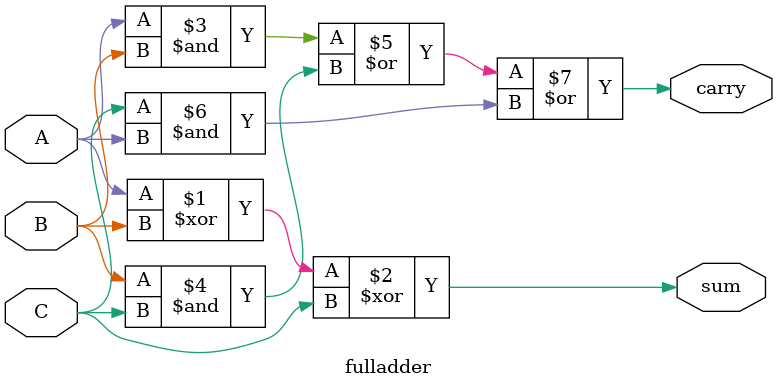
<source format=v>
module fulladder(A, B, C, sum, carry);
	input A, B, C;
	output sum, carry;
	assign sum = (A^B)^C;
	assign carry = (A&B)|(B&C)|(C&A);
endmodule
</source>
